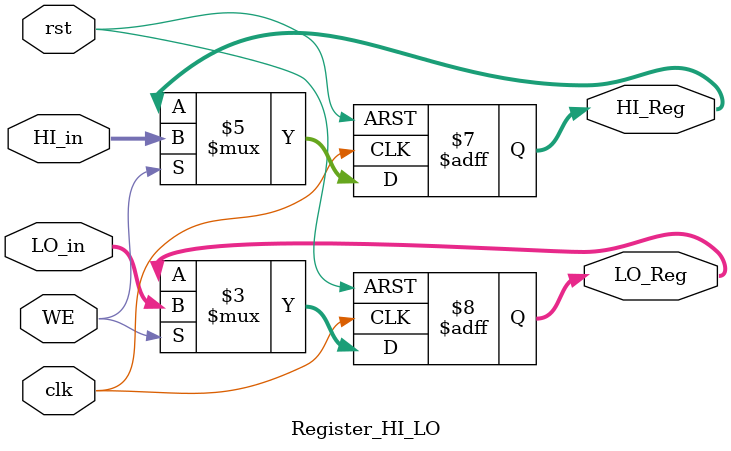
<source format=v>
`timescale 1ns / 1ps

module Register_HI_LO(clk, rst, WE, HI_in, LO_in, HI_Reg, LO_Reg);
	parameter WIDTH = 32;
	input clk, rst;
	//Ê±ÖÓ£¬ÇåÁã¶Î¡£ÇåÁã¶Î¸ßµçÆ½ÓÐÐ§£¬ÓÅÏÈ¼¶×î¸ß¡£
	input WE;
	//HI,LOµÄÐ´Ê¹ÄÜÐÅºÅ¡£¸ßµçÆ½ÓÐÐ§¡£
	input [WIDTH-1:0] HI_in, LO_in;
	//½«ÒªÐ´ÈëHI,LOµÄÖµ
	output reg [WIDTH-1:0] HI_Reg, LO_Reg;
	//HI,LOÖÐµÄÖµ
	
	initial begin
		HI_Reg <= 0;   LO_Reg <= 0;
	end
	
	always @(posedge clk or posedge rst) begin
		if(rst) begin
			HI_Reg <= 0;   LO_Reg <= 0;
		end
		else begin
			if(WE) begin  HI_Reg <= HI_in;   LO_Reg <= LO_in; end
		end
	end
endmodule

</source>
